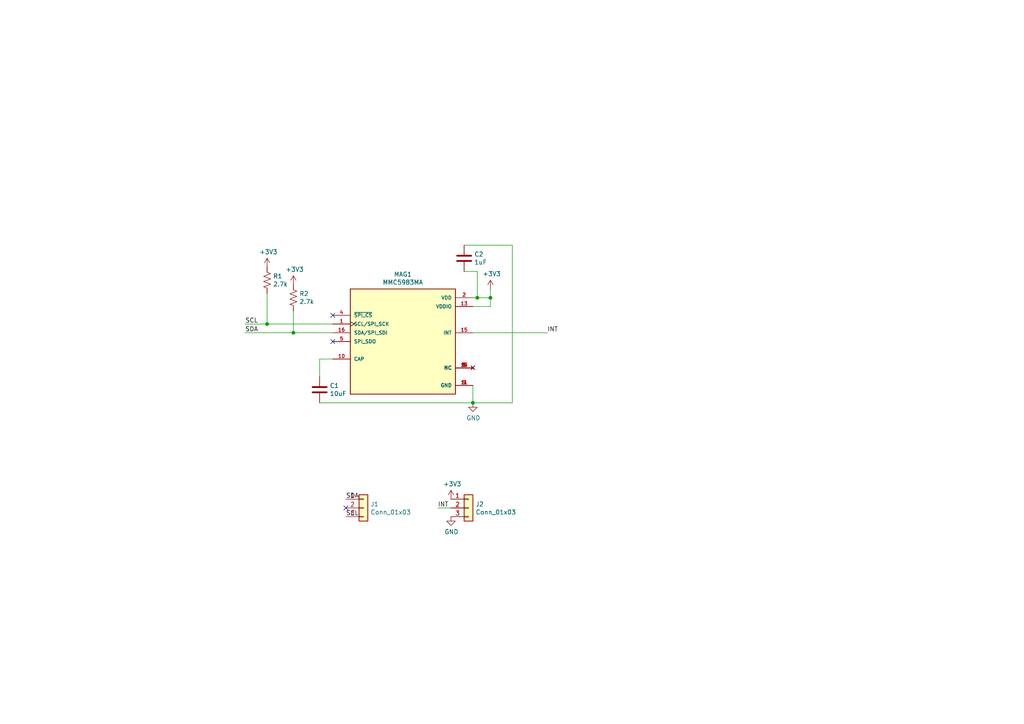
<source format=kicad_sch>
(kicad_sch (version 20211123) (generator eeschema)

  (uuid 3a843140-2626-497e-94f6-314d50e44d71)

  (paper "A4")

  (lib_symbols
    (symbol "Connector_Generic:Conn_01x03" (pin_names (offset 1.016) hide) (in_bom yes) (on_board yes)
      (property "Reference" "J" (id 0) (at 0 5.08 0)
        (effects (font (size 1.27 1.27)))
      )
      (property "Value" "Conn_01x03" (id 1) (at 0 -5.08 0)
        (effects (font (size 1.27 1.27)))
      )
      (property "Footprint" "" (id 2) (at 0 0 0)
        (effects (font (size 1.27 1.27)) hide)
      )
      (property "Datasheet" "~" (id 3) (at 0 0 0)
        (effects (font (size 1.27 1.27)) hide)
      )
      (property "ki_keywords" "connector" (id 4) (at 0 0 0)
        (effects (font (size 1.27 1.27)) hide)
      )
      (property "ki_description" "Generic connector, single row, 01x03, script generated (kicad-library-utils/schlib/autogen/connector/)" (id 5) (at 0 0 0)
        (effects (font (size 1.27 1.27)) hide)
      )
      (property "ki_fp_filters" "Connector*:*_1x??_*" (id 6) (at 0 0 0)
        (effects (font (size 1.27 1.27)) hide)
      )
      (symbol "Conn_01x03_1_1"
        (rectangle (start -1.27 -2.413) (end 0 -2.667)
          (stroke (width 0.1524) (type default) (color 0 0 0 0))
          (fill (type none))
        )
        (rectangle (start -1.27 0.127) (end 0 -0.127)
          (stroke (width 0.1524) (type default) (color 0 0 0 0))
          (fill (type none))
        )
        (rectangle (start -1.27 2.667) (end 0 2.413)
          (stroke (width 0.1524) (type default) (color 0 0 0 0))
          (fill (type none))
        )
        (rectangle (start -1.27 3.81) (end 1.27 -3.81)
          (stroke (width 0.254) (type default) (color 0 0 0 0))
          (fill (type background))
        )
        (pin passive line (at -5.08 2.54 0) (length 3.81)
          (name "Pin_1" (effects (font (size 1.27 1.27))))
          (number "1" (effects (font (size 1.27 1.27))))
        )
        (pin passive line (at -5.08 0 0) (length 3.81)
          (name "Pin_2" (effects (font (size 1.27 1.27))))
          (number "2" (effects (font (size 1.27 1.27))))
        )
        (pin passive line (at -5.08 -2.54 0) (length 3.81)
          (name "Pin_3" (effects (font (size 1.27 1.27))))
          (number "3" (effects (font (size 1.27 1.27))))
        )
      )
    )
    (symbol "Device:C" (pin_numbers hide) (pin_names (offset 0.254)) (in_bom yes) (on_board yes)
      (property "Reference" "C" (id 0) (at 0.635 2.54 0)
        (effects (font (size 1.27 1.27)) (justify left))
      )
      (property "Value" "C" (id 1) (at 0.635 -2.54 0)
        (effects (font (size 1.27 1.27)) (justify left))
      )
      (property "Footprint" "" (id 2) (at 0.9652 -3.81 0)
        (effects (font (size 1.27 1.27)) hide)
      )
      (property "Datasheet" "~" (id 3) (at 0 0 0)
        (effects (font (size 1.27 1.27)) hide)
      )
      (property "ki_keywords" "cap capacitor" (id 4) (at 0 0 0)
        (effects (font (size 1.27 1.27)) hide)
      )
      (property "ki_description" "Unpolarized capacitor" (id 5) (at 0 0 0)
        (effects (font (size 1.27 1.27)) hide)
      )
      (property "ki_fp_filters" "C_*" (id 6) (at 0 0 0)
        (effects (font (size 1.27 1.27)) hide)
      )
      (symbol "C_0_1"
        (polyline
          (pts
            (xy -2.032 -0.762)
            (xy 2.032 -0.762)
          )
          (stroke (width 0.508) (type default) (color 0 0 0 0))
          (fill (type none))
        )
        (polyline
          (pts
            (xy -2.032 0.762)
            (xy 2.032 0.762)
          )
          (stroke (width 0.508) (type default) (color 0 0 0 0))
          (fill (type none))
        )
      )
      (symbol "C_1_1"
        (pin passive line (at 0 3.81 270) (length 2.794)
          (name "~" (effects (font (size 1.27 1.27))))
          (number "1" (effects (font (size 1.27 1.27))))
        )
        (pin passive line (at 0 -3.81 90) (length 2.794)
          (name "~" (effects (font (size 1.27 1.27))))
          (number "2" (effects (font (size 1.27 1.27))))
        )
      )
    )
    (symbol "Device:R_US" (pin_numbers hide) (pin_names (offset 0)) (in_bom yes) (on_board yes)
      (property "Reference" "R" (id 0) (at 2.54 0 90)
        (effects (font (size 1.27 1.27)))
      )
      (property "Value" "R_US" (id 1) (at -2.54 0 90)
        (effects (font (size 1.27 1.27)))
      )
      (property "Footprint" "" (id 2) (at 1.016 -0.254 90)
        (effects (font (size 1.27 1.27)) hide)
      )
      (property "Datasheet" "~" (id 3) (at 0 0 0)
        (effects (font (size 1.27 1.27)) hide)
      )
      (property "ki_keywords" "R res resistor" (id 4) (at 0 0 0)
        (effects (font (size 1.27 1.27)) hide)
      )
      (property "ki_description" "Resistor, US symbol" (id 5) (at 0 0 0)
        (effects (font (size 1.27 1.27)) hide)
      )
      (property "ki_fp_filters" "R_*" (id 6) (at 0 0 0)
        (effects (font (size 1.27 1.27)) hide)
      )
      (symbol "R_US_0_1"
        (polyline
          (pts
            (xy 0 -2.286)
            (xy 0 -2.54)
          )
          (stroke (width 0) (type default) (color 0 0 0 0))
          (fill (type none))
        )
        (polyline
          (pts
            (xy 0 2.286)
            (xy 0 2.54)
          )
          (stroke (width 0) (type default) (color 0 0 0 0))
          (fill (type none))
        )
        (polyline
          (pts
            (xy 0 -0.762)
            (xy 1.016 -1.143)
            (xy 0 -1.524)
            (xy -1.016 -1.905)
            (xy 0 -2.286)
          )
          (stroke (width 0) (type default) (color 0 0 0 0))
          (fill (type none))
        )
        (polyline
          (pts
            (xy 0 0.762)
            (xy 1.016 0.381)
            (xy 0 0)
            (xy -1.016 -0.381)
            (xy 0 -0.762)
          )
          (stroke (width 0) (type default) (color 0 0 0 0))
          (fill (type none))
        )
        (polyline
          (pts
            (xy 0 2.286)
            (xy 1.016 1.905)
            (xy 0 1.524)
            (xy -1.016 1.143)
            (xy 0 0.762)
          )
          (stroke (width 0) (type default) (color 0 0 0 0))
          (fill (type none))
        )
      )
      (symbol "R_US_1_1"
        (pin passive line (at 0 3.81 270) (length 1.27)
          (name "~" (effects (font (size 1.27 1.27))))
          (number "1" (effects (font (size 1.27 1.27))))
        )
        (pin passive line (at 0 -3.81 90) (length 1.27)
          (name "~" (effects (font (size 1.27 1.27))))
          (number "2" (effects (font (size 1.27 1.27))))
        )
      )
    )
    (symbol "MMCBreakOut-rescue:+3.3V-power" (power) (pin_names (offset 0)) (in_bom yes) (on_board yes)
      (property "Reference" "#PWR" (id 0) (at 0 -3.81 0)
        (effects (font (size 1.27 1.27)) hide)
      )
      (property "Value" "+3.3V-power" (id 1) (at 0 3.556 0)
        (effects (font (size 1.27 1.27)))
      )
      (property "Footprint" "" (id 2) (at 0 0 0)
        (effects (font (size 1.27 1.27)) hide)
      )
      (property "Datasheet" "" (id 3) (at 0 0 0)
        (effects (font (size 1.27 1.27)) hide)
      )
      (symbol "+3.3V-power_0_1"
        (polyline
          (pts
            (xy -0.762 1.27)
            (xy 0 2.54)
          )
          (stroke (width 0) (type default) (color 0 0 0 0))
          (fill (type none))
        )
        (polyline
          (pts
            (xy 0 0)
            (xy 0 2.54)
          )
          (stroke (width 0) (type default) (color 0 0 0 0))
          (fill (type none))
        )
        (polyline
          (pts
            (xy 0 2.54)
            (xy 0.762 1.27)
          )
          (stroke (width 0) (type default) (color 0 0 0 0))
          (fill (type none))
        )
      )
      (symbol "+3.3V-power_1_1"
        (pin power_in line (at 0 0 90) (length 0) hide
          (name "+3V3" (effects (font (size 1.27 1.27))))
          (number "1" (effects (font (size 1.27 1.27))))
        )
      )
    )
    (symbol "MMCBreakOut-rescue:MMC5983MA-MMC5983MA" (pin_names (offset 1.016)) (in_bom yes) (on_board yes)
      (property "Reference" "U" (id 0) (at -15.24 15.24 0)
        (effects (font (size 1.27 1.27)) (justify left bottom))
      )
      (property "Value" "MMC5983MA-MMC5983MA" (id 1) (at -15.24 -17.78 0)
        (effects (font (size 1.27 1.27)) (justify left bottom))
      )
      (property "Footprint" "PQFN50P300X300X100-16N" (id 2) (at 0 0 0)
        (effects (font (size 1.27 1.27)) (justify left bottom) hide)
      )
      (property "Datasheet" "" (id 3) (at 0 0 0)
        (effects (font (size 1.27 1.27)) (justify left bottom) hide)
      )
      (property "PARTREV" "A" (id 4) (at 0 0 0)
        (effects (font (size 1.27 1.27)) (justify left bottom) hide)
      )
      (property "MAXIMUM_PACKAGE_HEIGHT" "1.00 mm" (id 5) (at 0 0 0)
        (effects (font (size 1.27 1.27)) (justify left bottom) hide)
      )
      (property "STANDARD" "IPC 7351B" (id 6) (at 0 0 0)
        (effects (font (size 1.27 1.27)) (justify left bottom) hide)
      )
      (property "MANUFACTURER" "Memsic Inc." (id 7) (at 0 0 0)
        (effects (font (size 1.27 1.27)) (justify left bottom) hide)
      )
      (property "ki_locked" "" (id 8) (at 0 0 0)
        (effects (font (size 1.27 1.27)))
      )
      (symbol "MMC5983MA-MMC5983MA_0_0"
        (rectangle (start -15.24 -15.24) (end 15.24 15.24)
          (stroke (width 0.254) (type default) (color 0 0 0 0))
          (fill (type background))
        )
        (pin input clock (at -20.32 5.08 0) (length 5.08)
          (name "SCL/SPI_SCK" (effects (font (size 1.016 1.016))))
          (number "1" (effects (font (size 1.016 1.016))))
        )
        (pin passive line (at -20.32 -5.08 0) (length 5.08)
          (name "CAP" (effects (font (size 1.016 1.016))))
          (number "10" (effects (font (size 1.016 1.016))))
        )
        (pin power_in line (at 20.32 -12.7 180) (length 5.08)
          (name "GND" (effects (font (size 1.016 1.016))))
          (number "11" (effects (font (size 1.016 1.016))))
        )
        (pin no_connect line (at 20.32 -7.62 180) (length 5.08)
          (name "NC" (effects (font (size 1.016 1.016))))
          (number "12" (effects (font (size 1.016 1.016))))
        )
        (pin power_in line (at 20.32 10.16 180) (length 5.08)
          (name "VDDIO" (effects (font (size 1.016 1.016))))
          (number "13" (effects (font (size 1.016 1.016))))
        )
        (pin no_connect line (at 20.32 -7.62 180) (length 5.08)
          (name "NC" (effects (font (size 1.016 1.016))))
          (number "14" (effects (font (size 1.016 1.016))))
        )
        (pin output line (at 20.32 2.54 180) (length 5.08)
          (name "INT" (effects (font (size 1.016 1.016))))
          (number "15" (effects (font (size 1.016 1.016))))
        )
        (pin bidirectional line (at -20.32 2.54 0) (length 5.08)
          (name "SDA/SPI_SDI" (effects (font (size 1.016 1.016))))
          (number "16" (effects (font (size 1.016 1.016))))
        )
        (pin power_in line (at 20.32 12.7 180) (length 5.08)
          (name "VDD" (effects (font (size 1.016 1.016))))
          (number "2" (effects (font (size 1.016 1.016))))
        )
        (pin no_connect line (at 20.32 -7.62 180) (length 5.08)
          (name "NC" (effects (font (size 1.016 1.016))))
          (number "3" (effects (font (size 1.016 1.016))))
        )
        (pin input line (at -20.32 7.62 0) (length 5.08)
          (name "~{SPI_CS}" (effects (font (size 1.016 1.016))))
          (number "4" (effects (font (size 1.016 1.016))))
        )
        (pin output line (at -20.32 0 0) (length 5.08)
          (name "SPI_SDO" (effects (font (size 1.016 1.016))))
          (number "5" (effects (font (size 1.016 1.016))))
        )
        (pin no_connect line (at 20.32 -7.62 180) (length 5.08)
          (name "NC" (effects (font (size 1.016 1.016))))
          (number "6" (effects (font (size 1.016 1.016))))
        )
        (pin no_connect line (at 20.32 -7.62 180) (length 5.08)
          (name "NC" (effects (font (size 1.016 1.016))))
          (number "7" (effects (font (size 1.016 1.016))))
        )
        (pin no_connect line (at 20.32 -7.62 180) (length 5.08)
          (name "NC" (effects (font (size 1.016 1.016))))
          (number "8" (effects (font (size 1.016 1.016))))
        )
        (pin power_in line (at 20.32 -12.7 180) (length 5.08)
          (name "GND" (effects (font (size 1.016 1.016))))
          (number "9" (effects (font (size 1.016 1.016))))
        )
      )
    )
    (symbol "power:GND" (power) (pin_names (offset 0)) (in_bom yes) (on_board yes)
      (property "Reference" "#PWR" (id 0) (at 0 -6.35 0)
        (effects (font (size 1.27 1.27)) hide)
      )
      (property "Value" "GND" (id 1) (at 0 -3.81 0)
        (effects (font (size 1.27 1.27)))
      )
      (property "Footprint" "" (id 2) (at 0 0 0)
        (effects (font (size 1.27 1.27)) hide)
      )
      (property "Datasheet" "" (id 3) (at 0 0 0)
        (effects (font (size 1.27 1.27)) hide)
      )
      (property "ki_keywords" "power-flag" (id 4) (at 0 0 0)
        (effects (font (size 1.27 1.27)) hide)
      )
      (property "ki_description" "Power symbol creates a global label with name \"GND\" , ground" (id 5) (at 0 0 0)
        (effects (font (size 1.27 1.27)) hide)
      )
      (symbol "GND_0_1"
        (polyline
          (pts
            (xy 0 0)
            (xy 0 -1.27)
            (xy 1.27 -1.27)
            (xy 0 -2.54)
            (xy -1.27 -1.27)
            (xy 0 -1.27)
          )
          (stroke (width 0) (type default) (color 0 0 0 0))
          (fill (type none))
        )
      )
      (symbol "GND_1_1"
        (pin power_in line (at 0 0 270) (length 0) hide
          (name "GND" (effects (font (size 1.27 1.27))))
          (number "1" (effects (font (size 1.27 1.27))))
        )
      )
    )
  )

  (junction (at 137.16 116.84) (diameter 0) (color 0 0 0 0)
    (uuid 11bd00ea-cb80-4616-8320-1f5a08724322)
  )
  (junction (at 138.43 86.36) (diameter 0) (color 0 0 0 0)
    (uuid 888f8b41-291b-4885-bffd-cf8c77138911)
  )
  (junction (at 77.47 93.98) (diameter 0) (color 0 0 0 0)
    (uuid 96fd506a-83a0-4a1d-9c1b-4d687d4c4058)
  )
  (junction (at 142.24 86.36) (diameter 0) (color 0 0 0 0)
    (uuid 9a237e4f-bd75-4b60-9515-38f05f680d5b)
  )
  (junction (at 85.09 96.52) (diameter 0) (color 0 0 0 0)
    (uuid fef11824-0474-4770-ada7-1c6278fb43c4)
  )

  (no_connect (at 96.52 99.06) (uuid 48b3a2ef-008b-4b87-a3e2-475b9658b4d5))
  (no_connect (at 100.33 147.32) (uuid 7b62eeef-00f1-45bc-adc8-0b2be95a19f3))
  (no_connect (at 96.52 91.44) (uuid efcca60e-9293-4ebb-8e67-e9e4caaae0b5))
  (no_connect (at 137.16 106.68) (uuid fcd25f7d-fa3d-45b1-9313-a5fcee5e4d3b))

  (wire (pts (xy 138.43 86.36) (xy 142.24 86.36))
    (stroke (width 0) (type default) (color 0 0 0 0))
    (uuid 1b8d1019-ba59-4b87-aff4-8ece7d76387d)
  )
  (wire (pts (xy 137.16 88.9) (xy 142.24 88.9))
    (stroke (width 0) (type default) (color 0 0 0 0))
    (uuid 40c24275-c438-47bb-acb9-5149141fd5ad)
  )
  (wire (pts (xy 130.81 147.32) (xy 127 147.32))
    (stroke (width 0) (type default) (color 0 0 0 0))
    (uuid 42975633-4880-429a-8e5b-19811d8967f8)
  )
  (wire (pts (xy 92.71 116.84) (xy 137.16 116.84))
    (stroke (width 0) (type default) (color 0 0 0 0))
    (uuid 58820b62-8341-4f81-b2af-fb6d900e3fc8)
  )
  (wire (pts (xy 96.52 93.98) (xy 77.47 93.98))
    (stroke (width 0) (type default) (color 0 0 0 0))
    (uuid 6a2b327a-c2d7-4b8a-bcb5-29794c016171)
  )
  (wire (pts (xy 137.16 116.84) (xy 137.16 111.76))
    (stroke (width 0) (type default) (color 0 0 0 0))
    (uuid 6f685e0c-4e53-49be-beb8-2da9de4eb168)
  )
  (wire (pts (xy 137.16 96.52) (xy 158.75 96.52))
    (stroke (width 0) (type default) (color 0 0 0 0))
    (uuid 7fbb5fbf-3413-4138-a43b-d095c320c66e)
  )
  (wire (pts (xy 137.16 86.36) (xy 138.43 86.36))
    (stroke (width 0) (type default) (color 0 0 0 0))
    (uuid 88901772-7176-4194-8fe9-cda34b738bf4)
  )
  (wire (pts (xy 92.71 104.14) (xy 92.71 109.22))
    (stroke (width 0) (type default) (color 0 0 0 0))
    (uuid 9d225327-9887-4078-b04e-09df6c405af8)
  )
  (wire (pts (xy 138.43 78.74) (xy 138.43 86.36))
    (stroke (width 0) (type default) (color 0 0 0 0))
    (uuid 9e744ed3-06a4-413e-90c8-ce032fb6db26)
  )
  (wire (pts (xy 134.62 78.74) (xy 138.43 78.74))
    (stroke (width 0) (type default) (color 0 0 0 0))
    (uuid 9f2c8764-9228-43a1-ae65-623b8f45b1c2)
  )
  (wire (pts (xy 85.09 96.52) (xy 85.09 90.17))
    (stroke (width 0) (type default) (color 0 0 0 0))
    (uuid b4fa25db-87e7-4eaf-9489-2252437e3771)
  )
  (wire (pts (xy 142.24 86.36) (xy 142.24 83.82))
    (stroke (width 0) (type default) (color 0 0 0 0))
    (uuid b5501716-d7b9-4bde-874d-89ffdd83ab4a)
  )
  (wire (pts (xy 77.47 93.98) (xy 71.12 93.98))
    (stroke (width 0) (type default) (color 0 0 0 0))
    (uuid b993fe8a-85f7-4f1f-8bc9-77deefa6ab19)
  )
  (wire (pts (xy 77.47 93.98) (xy 77.47 85.09))
    (stroke (width 0) (type default) (color 0 0 0 0))
    (uuid bfb67d64-dbaf-4742-b46b-6173fd051e27)
  )
  (wire (pts (xy 85.09 96.52) (xy 71.12 96.52))
    (stroke (width 0) (type default) (color 0 0 0 0))
    (uuid cca82d33-8991-4a8d-858c-88f514892573)
  )
  (wire (pts (xy 148.59 71.12) (xy 148.59 116.84))
    (stroke (width 0) (type default) (color 0 0 0 0))
    (uuid d3fcbb5f-118a-4c3f-9167-fe87f6c70162)
  )
  (wire (pts (xy 96.52 96.52) (xy 85.09 96.52))
    (stroke (width 0) (type default) (color 0 0 0 0))
    (uuid d44dea58-9ead-453a-a589-81e09eaab452)
  )
  (wire (pts (xy 142.24 88.9) (xy 142.24 86.36))
    (stroke (width 0) (type default) (color 0 0 0 0))
    (uuid e194472c-4d45-4b54-9ed1-5d9a311e4857)
  )
  (wire (pts (xy 134.62 71.12) (xy 148.59 71.12))
    (stroke (width 0) (type default) (color 0 0 0 0))
    (uuid e284ac6a-e5ff-48ff-b095-2f286d4d5204)
  )
  (wire (pts (xy 96.52 104.14) (xy 92.71 104.14))
    (stroke (width 0) (type default) (color 0 0 0 0))
    (uuid e591bdec-3e2a-4d9c-b7b6-56786f2aee7c)
  )
  (wire (pts (xy 148.59 116.84) (xy 137.16 116.84))
    (stroke (width 0) (type default) (color 0 0 0 0))
    (uuid facbcef4-cfc4-4906-94b6-78939f78648a)
  )

  (label "SCL" (at 71.12 93.98 0)
    (effects (font (size 1.27 1.27)) (justify left bottom))
    (uuid 2d470263-01cf-4daa-91df-05165238bf47)
  )
  (label "SCL" (at 100.33 149.86 0)
    (effects (font (size 1.27 1.27)) (justify left bottom))
    (uuid 2e0b77a1-326b-47ca-b3c5-c07f7253f3fa)
  )
  (label "SDA" (at 71.12 96.52 0)
    (effects (font (size 1.27 1.27)) (justify left bottom))
    (uuid 6b2539f5-247e-4e6e-9021-2ccfaa64d1eb)
  )
  (label "INT" (at 127 147.32 0)
    (effects (font (size 1.27 1.27)) (justify left bottom))
    (uuid 9340b588-0ac6-44f6-a086-7ca2d1bd8de3)
  )
  (label "SDA" (at 100.33 144.78 0)
    (effects (font (size 1.27 1.27)) (justify left bottom))
    (uuid d6851a12-e799-41a7-9e62-722aa4b48239)
  )
  (label "INT" (at 158.75 96.52 0)
    (effects (font (size 1.27 1.27)) (justify left bottom))
    (uuid e79cf5f3-d5a7-40b2-b7a7-1d02e856d369)
  )

  (symbol (lib_id "MMCBreakOut-rescue:MMC5983MA-MMC5983MA") (at 116.84 99.06 0) (unit 1)
    (in_bom yes) (on_board yes)
    (uuid 00000000-0000-0000-0000-00006328c7af)
    (property "Reference" "" (id 0) (at 116.84 79.5782 0))
    (property "Value" "MMC5983MA" (id 1) (at 116.84 81.8896 0))
    (property "Footprint" "PQFN50P300X300X100-16N" (id 2) (at 116.84 99.06 0)
      (effects (font (size 1.27 1.27)) (justify left bottom) hide)
    )
    (property "Datasheet" "" (id 3) (at 116.84 99.06 0)
      (effects (font (size 1.27 1.27)) (justify left bottom) hide)
    )
    (property "PARTREV" "A" (id 4) (at 116.84 99.06 0)
      (effects (font (size 1.27 1.27)) (justify left bottom) hide)
    )
    (property "MAXIMUM_PACKAGE_HEIGHT" "1.00 mm" (id 5) (at 116.84 99.06 0)
      (effects (font (size 1.27 1.27)) (justify left bottom) hide)
    )
    (property "STANDARD" "IPC 7351B" (id 6) (at 116.84 99.06 0)
      (effects (font (size 1.27 1.27)) (justify left bottom) hide)
    )
    (property "MANUFACTURER" "Memsic Inc." (id 7) (at 116.84 99.06 0)
      (effects (font (size 1.27 1.27)) (justify left bottom) hide)
    )
    (pin "1" (uuid f5be5aaa-281d-458d-8f2e-4d5388cb14e1))
    (pin "10" (uuid fe2ed6b3-afde-48e2-a82d-0925e111be3b))
    (pin "11" (uuid db6b4138-1c86-41cd-8d0c-015b20435e3d))
    (pin "12" (uuid 0f948537-2432-451d-bf2c-8d791696a7ef))
    (pin "13" (uuid 5c089100-0550-4018-a8a1-c8f1337d460c))
    (pin "14" (uuid e0aa66b8-8660-4dd8-90ea-2e251397c47a))
    (pin "15" (uuid 879f7768-0fd7-43aa-b7a4-3e7ba582b7e2))
    (pin "16" (uuid 58ed407c-454d-40cb-acb3-a8854c6afd21))
    (pin "2" (uuid 15a08126-4a88-405f-ac2f-68a23eb7330c))
    (pin "3" (uuid 180ccff3-ec2d-415d-b939-4356109cfb44))
    (pin "4" (uuid f18ed55f-9e1d-4935-a8bd-5e14b0ad6c47))
    (pin "5" (uuid d5e2e922-1438-4251-91c9-542d82342e6a))
    (pin "6" (uuid 4055201d-e28d-4b12-a822-723b43cf0220))
    (pin "7" (uuid a7b1880f-9014-41e3-b5d9-83a8c74dad7d))
    (pin "8" (uuid 01ab76c1-5826-4269-b432-498a78eaf38c))
    (pin "9" (uuid d2ae2ad7-7dab-4b50-a7bb-1008448db5a4))
  )

  (symbol (lib_id "MMCBreakOut-rescue:+3.3V-power") (at 142.24 83.82 0) (unit 1)
    (in_bom yes) (on_board yes)
    (uuid 00000000-0000-0000-0000-00006328f4c6)
    (property "Reference" "#PWR0101" (id 0) (at 142.24 87.63 0)
      (effects (font (size 1.27 1.27)) hide)
    )
    (property "Value" "+3.3V" (id 1) (at 142.621 79.4258 0))
    (property "Footprint" "" (id 2) (at 142.24 83.82 0)
      (effects (font (size 1.27 1.27)) hide)
    )
    (property "Datasheet" "" (id 3) (at 142.24 83.82 0)
      (effects (font (size 1.27 1.27)) hide)
    )
    (pin "1" (uuid e5d34c79-9790-4a5d-bdc9-15d6d3021d83))
  )

  (symbol (lib_id "Device:C") (at 92.71 113.03 0) (unit 1)
    (in_bom yes) (on_board yes)
    (uuid 00000000-0000-0000-0000-00006328f946)
    (property "Reference" "" (id 0) (at 95.631 111.8616 0)
      (effects (font (size 1.27 1.27)) (justify left))
    )
    (property "Value" "10uF" (id 1) (at 95.631 114.173 0)
      (effects (font (size 1.27 1.27)) (justify left))
    )
    (property "Footprint" "Capacitor_SMD:C_0805_2012Metric_Pad1.18x1.45mm_HandSolder" (id 2) (at 93.6752 116.84 0)
      (effects (font (size 1.27 1.27)) hide)
    )
    (property "Datasheet" "~" (id 3) (at 92.71 113.03 0)
      (effects (font (size 1.27 1.27)) hide)
    )
    (pin "1" (uuid ec264537-5147-497c-8594-149edf4f7d0d))
    (pin "2" (uuid 42ac28a2-ac37-42f1-9f07-845f6cb97e89))
  )

  (symbol (lib_id "power:GND") (at 137.16 116.84 0) (unit 1)
    (in_bom yes) (on_board yes)
    (uuid 00000000-0000-0000-0000-000063291661)
    (property "Reference" "#PWR0102" (id 0) (at 137.16 123.19 0)
      (effects (font (size 1.27 1.27)) hide)
    )
    (property "Value" "GND" (id 1) (at 137.287 121.2342 0))
    (property "Footprint" "" (id 2) (at 137.16 116.84 0)
      (effects (font (size 1.27 1.27)) hide)
    )
    (property "Datasheet" "" (id 3) (at 137.16 116.84 0)
      (effects (font (size 1.27 1.27)) hide)
    )
    (pin "1" (uuid d78c5003-59f0-4481-8126-1cd8414011df))
  )

  (symbol (lib_id "Device:R_US") (at 77.47 81.28 0) (unit 1)
    (in_bom yes) (on_board yes)
    (uuid 00000000-0000-0000-0000-0000632945df)
    (property "Reference" "" (id 0) (at 79.1972 80.1116 0)
      (effects (font (size 1.27 1.27)) (justify left))
    )
    (property "Value" "2.7k" (id 1) (at 79.1972 82.423 0)
      (effects (font (size 1.27 1.27)) (justify left))
    )
    (property "Footprint" "Resistor_SMD:R_0805_2012Metric_Pad1.20x1.40mm_HandSolder" (id 2) (at 78.486 81.534 90)
      (effects (font (size 1.27 1.27)) hide)
    )
    (property "Datasheet" "~" (id 3) (at 77.47 81.28 0)
      (effects (font (size 1.27 1.27)) hide)
    )
    (pin "1" (uuid 2f8460f6-1f96-4112-9f2d-df63993bf674))
    (pin "2" (uuid 6848ce6f-e5cc-43a0-b915-52bba1e6d49a))
  )

  (symbol (lib_id "Device:R_US") (at 85.09 86.36 0) (unit 1)
    (in_bom yes) (on_board yes)
    (uuid 00000000-0000-0000-0000-0000632956be)
    (property "Reference" "" (id 0) (at 86.8172 85.1916 0)
      (effects (font (size 1.27 1.27)) (justify left))
    )
    (property "Value" "2.7k" (id 1) (at 86.8172 87.503 0)
      (effects (font (size 1.27 1.27)) (justify left))
    )
    (property "Footprint" "Resistor_SMD:R_0805_2012Metric_Pad1.20x1.40mm_HandSolder" (id 2) (at 86.106 86.614 90)
      (effects (font (size 1.27 1.27)) hide)
    )
    (property "Datasheet" "~" (id 3) (at 85.09 86.36 0)
      (effects (font (size 1.27 1.27)) hide)
    )
    (pin "1" (uuid 5c78428c-53f5-48b9-bcc4-d1f245d79e7d))
    (pin "2" (uuid 892f3a4b-af7d-4dd5-aba2-3f0e061936ac))
  )

  (symbol (lib_id "Device:C") (at 134.62 74.93 0) (unit 1)
    (in_bom yes) (on_board yes)
    (uuid 00000000-0000-0000-0000-000063297862)
    (property "Reference" "" (id 0) (at 137.541 73.7616 0)
      (effects (font (size 1.27 1.27)) (justify left))
    )
    (property "Value" "1uF" (id 1) (at 137.541 76.073 0)
      (effects (font (size 1.27 1.27)) (justify left))
    )
    (property "Footprint" "Capacitor_SMD:C_0805_2012Metric_Pad1.18x1.45mm_HandSolder" (id 2) (at 135.5852 78.74 0)
      (effects (font (size 1.27 1.27)) hide)
    )
    (property "Datasheet" "~" (id 3) (at 134.62 74.93 0)
      (effects (font (size 1.27 1.27)) hide)
    )
    (pin "1" (uuid 3a2fc17c-58d4-4079-8c6e-cf226e6d27e0))
    (pin "2" (uuid dfcacf50-79b0-45cb-a7af-2fcad56fc784))
  )

  (symbol (lib_id "MMCBreakOut-rescue:+3.3V-power") (at 130.81 144.78 0) (unit 1)
    (in_bom yes) (on_board yes)
    (uuid 00000000-0000-0000-0000-0000632a05ff)
    (property "Reference" "#PWR0103" (id 0) (at 130.81 148.59 0)
      (effects (font (size 1.27 1.27)) hide)
    )
    (property "Value" "+3.3V" (id 1) (at 131.191 140.3858 0))
    (property "Footprint" "" (id 2) (at 130.81 144.78 0)
      (effects (font (size 1.27 1.27)) hide)
    )
    (property "Datasheet" "" (id 3) (at 130.81 144.78 0)
      (effects (font (size 1.27 1.27)) hide)
    )
    (pin "1" (uuid a873f0da-60d4-4732-83bc-7b1705f2e0a4))
  )

  (symbol (lib_id "power:GND") (at 130.81 149.86 0) (unit 1)
    (in_bom yes) (on_board yes)
    (uuid 00000000-0000-0000-0000-0000632a2841)
    (property "Reference" "#PWR0104" (id 0) (at 130.81 156.21 0)
      (effects (font (size 1.27 1.27)) hide)
    )
    (property "Value" "GND" (id 1) (at 130.937 154.2542 0))
    (property "Footprint" "" (id 2) (at 130.81 149.86 0)
      (effects (font (size 1.27 1.27)) hide)
    )
    (property "Datasheet" "" (id 3) (at 130.81 149.86 0)
      (effects (font (size 1.27 1.27)) hide)
    )
    (pin "1" (uuid 1c6fd3ee-7131-4621-a79c-2dba902e20a6))
  )

  (symbol (lib_id "MMCBreakOut-rescue:+3.3V-power") (at 77.47 77.47 0) (unit 1)
    (in_bom yes) (on_board yes)
    (uuid 00000000-0000-0000-0000-0000632a58f9)
    (property "Reference" "#PWR0105" (id 0) (at 77.47 81.28 0)
      (effects (font (size 1.27 1.27)) hide)
    )
    (property "Value" "+3.3V" (id 1) (at 77.851 73.0758 0))
    (property "Footprint" "" (id 2) (at 77.47 77.47 0)
      (effects (font (size 1.27 1.27)) hide)
    )
    (property "Datasheet" "" (id 3) (at 77.47 77.47 0)
      (effects (font (size 1.27 1.27)) hide)
    )
    (pin "1" (uuid 59fe8994-79f1-43e0-8e52-e2115227b7a2))
  )

  (symbol (lib_id "MMCBreakOut-rescue:+3.3V-power") (at 85.09 82.55 0) (unit 1)
    (in_bom yes) (on_board yes)
    (uuid 00000000-0000-0000-0000-0000632a74d7)
    (property "Reference" "#PWR0106" (id 0) (at 85.09 86.36 0)
      (effects (font (size 1.27 1.27)) hide)
    )
    (property "Value" "+3.3V" (id 1) (at 85.471 78.1558 0))
    (property "Footprint" "" (id 2) (at 85.09 82.55 0)
      (effects (font (size 1.27 1.27)) hide)
    )
    (property "Datasheet" "" (id 3) (at 85.09 82.55 0)
      (effects (font (size 1.27 1.27)) hide)
    )
    (pin "1" (uuid c7eeba46-989c-40b4-9c61-42dcb5b5acc0))
  )

  (symbol (lib_id "Connector_Generic:Conn_01x03") (at 135.89 147.32 0) (unit 1)
    (in_bom yes) (on_board yes)
    (uuid 00000000-0000-0000-0000-0000632aabc3)
    (property "Reference" "" (id 0) (at 137.922 146.2532 0)
      (effects (font (size 1.27 1.27)) (justify left))
    )
    (property "Value" "Conn_01x03" (id 1) (at 137.922 148.5646 0)
      (effects (font (size 1.27 1.27)) (justify left))
    )
    (property "Footprint" "Connector_PinHeader_2.54mm:PinHeader_1x03_P2.54mm_Vertical" (id 2) (at 135.89 147.32 0)
      (effects (font (size 1.27 1.27)) hide)
    )
    (property "Datasheet" "~" (id 3) (at 135.89 147.32 0)
      (effects (font (size 1.27 1.27)) hide)
    )
    (pin "1" (uuid 82416997-3970-44ec-8057-4a6eccafa361))
    (pin "2" (uuid e1828983-6365-462f-a89b-8eb4eedafe0f))
    (pin "3" (uuid 6c4d27bc-a495-462a-81fa-519eae81f472))
  )

  (symbol (lib_id "Connector_Generic:Conn_01x03") (at 105.41 147.32 0) (unit 1)
    (in_bom yes) (on_board yes)
    (uuid 00000000-0000-0000-0000-0000632ac359)
    (property "Reference" "" (id 0) (at 107.442 146.2532 0)
      (effects (font (size 1.27 1.27)) (justify left))
    )
    (property "Value" "Conn_01x03" (id 1) (at 107.442 148.5646 0)
      (effects (font (size 1.27 1.27)) (justify left))
    )
    (property "Footprint" "Connector_PinHeader_2.54mm:PinHeader_1x03_P2.54mm_Vertical" (id 2) (at 105.41 147.32 0)
      (effects (font (size 1.27 1.27)) hide)
    )
    (property "Datasheet" "~" (id 3) (at 105.41 147.32 0)
      (effects (font (size 1.27 1.27)) hide)
    )
    (pin "1" (uuid d4e67202-966b-4df0-b2ae-27033fdae661))
    (pin "2" (uuid c5d2fb22-7ce8-4a3c-8366-fb986abd00f6))
    (pin "3" (uuid a17fd8ad-94ba-42dd-b485-267327921923))
  )

  (sheet_instances
    (path "/" (page "1"))
  )

  (symbol_instances
    (path "/00000000-0000-0000-0000-00006328f4c6"
      (reference "#PWR0101") (unit 1) (value "+3.3V") (footprint "")
    )
    (path "/00000000-0000-0000-0000-000063291661"
      (reference "#PWR0102") (unit 1) (value "GND") (footprint "")
    )
    (path "/00000000-0000-0000-0000-0000632a05ff"
      (reference "#PWR0103") (unit 1) (value "+3.3V") (footprint "")
    )
    (path "/00000000-0000-0000-0000-0000632a2841"
      (reference "#PWR0104") (unit 1) (value "GND") (footprint "")
    )
    (path "/00000000-0000-0000-0000-0000632a58f9"
      (reference "#PWR0105") (unit 1) (value "+3.3V") (footprint "")
    )
    (path "/00000000-0000-0000-0000-0000632a74d7"
      (reference "#PWR0106") (unit 1) (value "+3.3V") (footprint "")
    )
    (path "/00000000-0000-0000-0000-00006328f946"
      (reference "C1") (unit 1) (value "10uF") (footprint "Capacitor_SMD:C_0805_2012Metric_Pad1.18x1.45mm_HandSolder")
    )
    (path "/00000000-0000-0000-0000-000063297862"
      (reference "C2") (unit 1) (value "1uF") (footprint "Capacitor_SMD:C_0805_2012Metric_Pad1.18x1.45mm_HandSolder")
    )
    (path "/00000000-0000-0000-0000-0000632ac359"
      (reference "J1") (unit 1) (value "Conn_01x03") (footprint "Connector_PinHeader_2.54mm:PinHeader_1x03_P2.54mm_Vertical")
    )
    (path "/00000000-0000-0000-0000-0000632aabc3"
      (reference "J2") (unit 1) (value "Conn_01x03") (footprint "Connector_PinHeader_2.54mm:PinHeader_1x03_P2.54mm_Vertical")
    )
    (path "/00000000-0000-0000-0000-00006328c7af"
      (reference "MAG1") (unit 1) (value "MMC5983MA") (footprint "PQFN50P300X300X100-16N")
    )
    (path "/00000000-0000-0000-0000-0000632945df"
      (reference "R1") (unit 1) (value "2.7k") (footprint "Resistor_SMD:R_0805_2012Metric_Pad1.20x1.40mm_HandSolder")
    )
    (path "/00000000-0000-0000-0000-0000632956be"
      (reference "R2") (unit 1) (value "2.7k") (footprint "Resistor_SMD:R_0805_2012Metric_Pad1.20x1.40mm_HandSolder")
    )
  )
)

</source>
